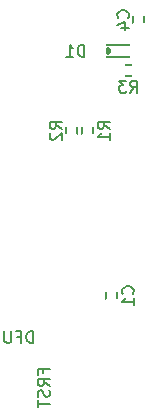
<source format=gbo>
G04 #@! TF.FileFunction,Legend,Bot*
%FSLAX46Y46*%
G04 Gerber Fmt 4.6, Leading zero omitted, Abs format (unit mm)*
G04 Created by KiCad (PCBNEW 4.0.7) date 01/05/18 23:13:41*
%MOMM*%
%LPD*%
G01*
G04 APERTURE LIST*
%ADD10C,0.100000*%
%ADD11C,0.500000*%
%ADD12C,0.150000*%
%ADD13R,1.500000X1.150000*%
%ADD14C,1.600000*%
%ADD15C,2.000000*%
%ADD16R,1.000000X1.200000*%
%ADD17R,1.200000X1.000000*%
G04 APERTURE END LIST*
D10*
D11*
X139408000Y-96239000D02*
X139408000Y-96039000D01*
D12*
X139208000Y-95639000D02*
X141208000Y-95639000D01*
X139208000Y-96639000D02*
X141208000Y-96639000D01*
X139250000Y-116540000D02*
X139250000Y-117140000D01*
X140150000Y-116540000D02*
X140150000Y-117140000D01*
X142436000Y-93772000D02*
X142436000Y-93172000D01*
X141536000Y-93772000D02*
X141536000Y-93172000D01*
X140797000Y-98240000D02*
X141397000Y-98240000D01*
X140797000Y-97340000D02*
X141397000Y-97340000D01*
X135821000Y-102570000D02*
X135821000Y-103170000D01*
X136721000Y-102570000D02*
X136721000Y-103170000D01*
X137218000Y-102570000D02*
X137218000Y-103170000D01*
X138118000Y-102570000D02*
X138118000Y-103170000D01*
X137390095Y-96591381D02*
X137390095Y-95591381D01*
X137152000Y-95591381D01*
X137009142Y-95639000D01*
X136913904Y-95734238D01*
X136866285Y-95829476D01*
X136818666Y-96019952D01*
X136818666Y-96162810D01*
X136866285Y-96353286D01*
X136913904Y-96448524D01*
X137009142Y-96543762D01*
X137152000Y-96591381D01*
X137390095Y-96591381D01*
X135866285Y-96591381D02*
X136437714Y-96591381D01*
X136152000Y-96591381D02*
X136152000Y-95591381D01*
X136247238Y-95734238D01*
X136342476Y-95829476D01*
X136437714Y-95877095D01*
X133040286Y-120848381D02*
X133040286Y-119848381D01*
X132802191Y-119848381D01*
X132659333Y-119896000D01*
X132564095Y-119991238D01*
X132516476Y-120086476D01*
X132468857Y-120276952D01*
X132468857Y-120419810D01*
X132516476Y-120610286D01*
X132564095Y-120705524D01*
X132659333Y-120800762D01*
X132802191Y-120848381D01*
X133040286Y-120848381D01*
X131706952Y-120324571D02*
X132040286Y-120324571D01*
X132040286Y-120848381D02*
X132040286Y-119848381D01*
X131564095Y-119848381D01*
X131183143Y-119848381D02*
X131183143Y-120657905D01*
X131135524Y-120753143D01*
X131087905Y-120800762D01*
X130992667Y-120848381D01*
X130802190Y-120848381D01*
X130706952Y-120800762D01*
X130659333Y-120753143D01*
X130611714Y-120657905D01*
X130611714Y-119848381D01*
X133913571Y-123372715D02*
X133913571Y-123039381D01*
X134437381Y-123039381D02*
X133437381Y-123039381D01*
X133437381Y-123515572D01*
X134437381Y-124467953D02*
X133961190Y-124134619D01*
X134437381Y-123896524D02*
X133437381Y-123896524D01*
X133437381Y-124277477D01*
X133485000Y-124372715D01*
X133532619Y-124420334D01*
X133627857Y-124467953D01*
X133770714Y-124467953D01*
X133865952Y-124420334D01*
X133913571Y-124372715D01*
X133961190Y-124277477D01*
X133961190Y-123896524D01*
X134389762Y-124848905D02*
X134437381Y-124991762D01*
X134437381Y-125229858D01*
X134389762Y-125325096D01*
X134342143Y-125372715D01*
X134246905Y-125420334D01*
X134151667Y-125420334D01*
X134056429Y-125372715D01*
X134008810Y-125325096D01*
X133961190Y-125229858D01*
X133913571Y-125039381D01*
X133865952Y-124944143D01*
X133818333Y-124896524D01*
X133723095Y-124848905D01*
X133627857Y-124848905D01*
X133532619Y-124896524D01*
X133485000Y-124944143D01*
X133437381Y-125039381D01*
X133437381Y-125277477D01*
X133485000Y-125420334D01*
X133437381Y-125706048D02*
X133437381Y-126277477D01*
X134437381Y-125991762D02*
X133437381Y-125991762D01*
X141457143Y-116673334D02*
X141504762Y-116625715D01*
X141552381Y-116482858D01*
X141552381Y-116387620D01*
X141504762Y-116244762D01*
X141409524Y-116149524D01*
X141314286Y-116101905D01*
X141123810Y-116054286D01*
X140980952Y-116054286D01*
X140790476Y-116101905D01*
X140695238Y-116149524D01*
X140600000Y-116244762D01*
X140552381Y-116387620D01*
X140552381Y-116482858D01*
X140600000Y-116625715D01*
X140647619Y-116673334D01*
X141552381Y-117625715D02*
X141552381Y-117054286D01*
X141552381Y-117340000D02*
X140552381Y-117340000D01*
X140695238Y-117244762D01*
X140790476Y-117149524D01*
X140838095Y-117054286D01*
X141073143Y-93305334D02*
X141120762Y-93257715D01*
X141168381Y-93114858D01*
X141168381Y-93019620D01*
X141120762Y-92876762D01*
X141025524Y-92781524D01*
X140930286Y-92733905D01*
X140739810Y-92686286D01*
X140596952Y-92686286D01*
X140406476Y-92733905D01*
X140311238Y-92781524D01*
X140216000Y-92876762D01*
X140168381Y-93019620D01*
X140168381Y-93114858D01*
X140216000Y-93257715D01*
X140263619Y-93305334D01*
X140501714Y-94162477D02*
X141168381Y-94162477D01*
X140120762Y-93924381D02*
X140835048Y-93686286D01*
X140835048Y-94305334D01*
X141263666Y-99639381D02*
X141597000Y-99163190D01*
X141835095Y-99639381D02*
X141835095Y-98639381D01*
X141454142Y-98639381D01*
X141358904Y-98687000D01*
X141311285Y-98734619D01*
X141263666Y-98829857D01*
X141263666Y-98972714D01*
X141311285Y-99067952D01*
X141358904Y-99115571D01*
X141454142Y-99163190D01*
X141835095Y-99163190D01*
X140930333Y-98639381D02*
X140311285Y-98639381D01*
X140644619Y-99020333D01*
X140501761Y-99020333D01*
X140406523Y-99067952D01*
X140358904Y-99115571D01*
X140311285Y-99210810D01*
X140311285Y-99448905D01*
X140358904Y-99544143D01*
X140406523Y-99591762D01*
X140501761Y-99639381D01*
X140787476Y-99639381D01*
X140882714Y-99591762D01*
X140930333Y-99544143D01*
X135453381Y-102703334D02*
X134977190Y-102370000D01*
X135453381Y-102131905D02*
X134453381Y-102131905D01*
X134453381Y-102512858D01*
X134501000Y-102608096D01*
X134548619Y-102655715D01*
X134643857Y-102703334D01*
X134786714Y-102703334D01*
X134881952Y-102655715D01*
X134929571Y-102608096D01*
X134977190Y-102512858D01*
X134977190Y-102131905D01*
X134548619Y-103084286D02*
X134501000Y-103131905D01*
X134453381Y-103227143D01*
X134453381Y-103465239D01*
X134501000Y-103560477D01*
X134548619Y-103608096D01*
X134643857Y-103655715D01*
X134739095Y-103655715D01*
X134881952Y-103608096D01*
X135453381Y-103036667D01*
X135453381Y-103655715D01*
X139517381Y-102703334D02*
X139041190Y-102370000D01*
X139517381Y-102131905D02*
X138517381Y-102131905D01*
X138517381Y-102512858D01*
X138565000Y-102608096D01*
X138612619Y-102655715D01*
X138707857Y-102703334D01*
X138850714Y-102703334D01*
X138945952Y-102655715D01*
X138993571Y-102608096D01*
X139041190Y-102512858D01*
X139041190Y-102131905D01*
X139517381Y-103655715D02*
X139517381Y-103084286D01*
X139517381Y-103370000D02*
X138517381Y-103370000D01*
X138660238Y-103274762D01*
X138755476Y-103179524D01*
X138803095Y-103084286D01*
%LPC*%
D13*
X138433000Y-96139000D03*
X141983000Y-96139000D03*
D14*
X132715000Y-90170000D03*
X128905000Y-107950000D03*
X128905000Y-105410000D03*
X128905000Y-102870000D03*
X128905000Y-92710000D03*
X128905000Y-95250000D03*
X128905000Y-113030000D03*
X128905000Y-115570000D03*
X128905000Y-118110000D03*
X144145000Y-123190000D03*
X144145000Y-120650000D03*
X144145000Y-115570000D03*
X144145000Y-113030000D03*
X144145000Y-110490000D03*
X128905000Y-123190000D03*
X128905000Y-125730000D03*
X142875000Y-90170000D03*
X128905000Y-97790000D03*
X128905000Y-100330000D03*
X144145000Y-95250000D03*
X130175000Y-90170000D03*
X144145000Y-92710000D03*
X144145000Y-97790000D03*
X137795000Y-90170000D03*
X140335000Y-90170000D03*
X144145000Y-100330000D03*
X135255000Y-90170000D03*
X144145000Y-102870000D03*
X144145000Y-107950000D03*
X128905000Y-110490000D03*
X144145000Y-105410000D03*
X128905000Y-120650000D03*
X144145000Y-118110000D03*
X128905000Y-128270000D03*
X128905000Y-130810000D03*
D15*
X131318000Y-122047000D03*
X132207000Y-124587000D03*
D16*
X139700000Y-115940000D03*
X139700000Y-117740000D03*
X141986000Y-94372000D03*
X141986000Y-92572000D03*
D17*
X140197000Y-97790000D03*
X141997000Y-97790000D03*
D16*
X136271000Y-101970000D03*
X136271000Y-103770000D03*
X137668000Y-101970000D03*
X137668000Y-103770000D03*
M02*

</source>
